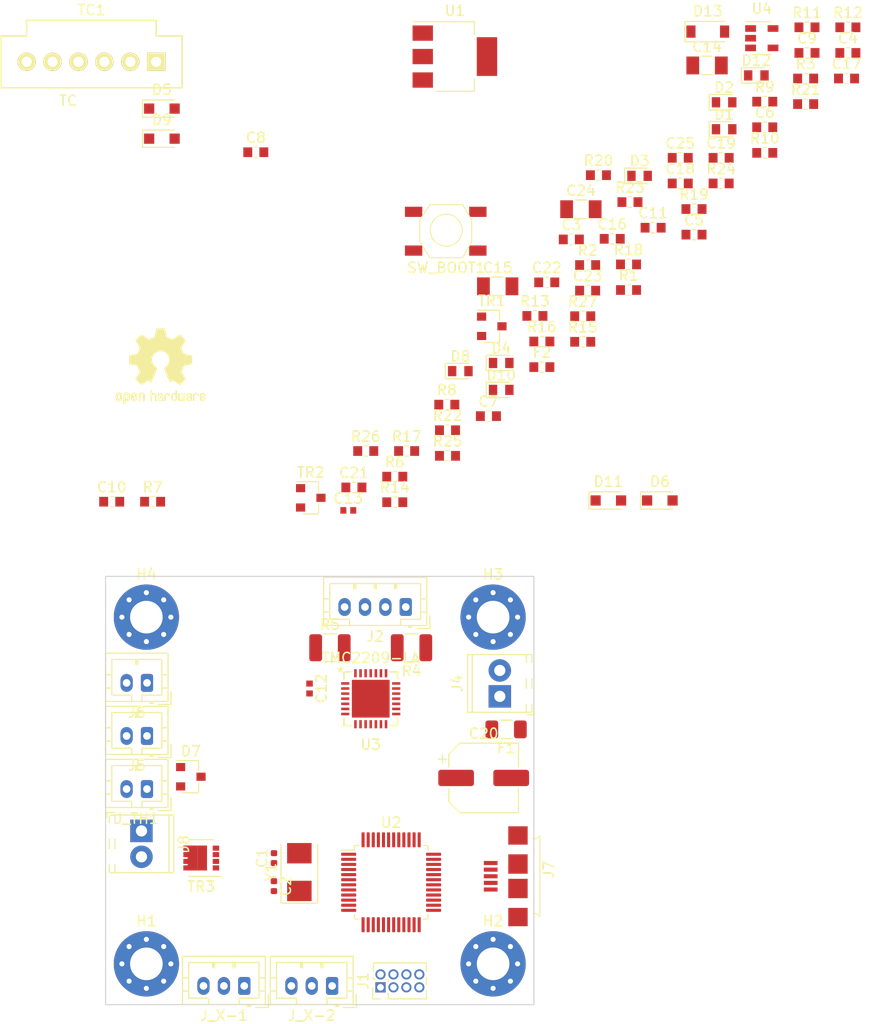
<source format=kicad_pcb>
(kicad_pcb (version 20210424) (generator pcbnew)
  (layers (0 "F.Cu" signal) (31 "B.Cu" signal) (34 "B.Paste" user) (35 "F.Paste" user) (36 "B.SilkS" user "B.Silkscreen") (37 "F.SilkS" user "F.Silkscreen") (38 "B.Mask" user) (39 "F.Mask" user) (44 "Edge.Cuts" user))
  (net 0 "")
  (net 1 "GND")
  (net 2 "Net-(C1-Pad2)")
  (net 3 "Net-(C2-Pad2)")
  (net 4 "5V")
  (net 5 "3.3V")
  (net 6 "Net-(C9-Pad2)")
  (net 7 "Net-(C10-Pad2)")
  (net 8 "Net-(C10-Pad1)")
  (net 9 "Net-(C11-Pad2)")
  (net 10 "/V_motors")
  (net 11 "Net-(C12-Pad1)")
  (net 12 "/MOTA1")
  (net 13 "/MOTA2")
  (net 14 "/MOTB1")
  (net 15 "/MOTB2")
  (net 16 "Net-(C21-Pad1)")
  (net 17 "ADC1")
  (net 18 "Net-(C23-Pad1)")
  (net 19 "Net-(C25-Pad2)")
  (net 20 "Net-(D1-Pad2)")
  (net 21 "Net-(D2-Pad2)")
  (net 22 "Net-(D3-Pad2)")
  (net 23 "Net-(D4-Pad2)")
  (net 24 "Net-(D5-Pad2)")
  (net 25 "AVREF")
  (net 26 "Net-(D8-Pad2)")
  (net 27 "Net-(D10-Pad1)")
  (net 28 "Net-(D10-Pad2)")
  (net 29 "Net-(D12-Pad2)")
  (net 30 "Net-(D12-Pad1)")
  (net 31 "Net-(F1-Pad1)")
  (net 32 "Net-(F2-Pad1)")
  (net 33 "/D-")
  (net 34 "/D+")
  (net 35 "/SWDIO")
  (net 36 "/SWDCLK")
  (net 37 "Net-(J_TH1-Pad1)")
  (net 38 "Net-(R1-Pad1)")
  (net 39 "/ST_UART")
  (net 40 "Net-(R3-Pad1)")
  (net 41 "Net-(R4-Pad2)")
  (net 42 "Net-(R5-Pad2)")
  (net 43 "Net-(R8-Pad2)")
  (net 44 "FAN1")
  (net 45 "Net-(R12-Pad1)")
  (net 46 "FAN2")
  (net 47 "Net-(R18-Pad1)")
  (net 48 "HEATER")
  (net 49 "Net-(R22-Pad2)")
  (net 50 "/BOOT")
  (net 51 "/~RST")
  (net 52 "/UART_TX")
  (net 53 "/UART_RX")
  (net 54 "Net-(R22-Pad1)")
  (net 55 "Net-(J6-Pad2)")
  (footprint "PrntrBoardV2:R_0603_1608Metric" (layer "F.Cu") (at 135.79 85.49)
    (fp_text reference "R27" (at 0 -1.43) (layer "F.SilkS"))
    (fp_text value "100k")
    (pad "1" smd rect (at -0.7875 0) (size 0.875 0.95) (layers "F.Cu" "F.Paste" "F.Mask") (net 1 "GND"))
    (pad "2" smd rect (at 0.7875 0) (size 0.875 0.95) (layers "F.Cu" "F.Paste" "F.Mask") (net 19 "Net-(C25-Pad2)"))
  )
  (footprint "PrntrBoardV2:C_1206_3216Metric" (layer "F.Cu") (at 135.61 75)
    (fp_text reference "C24" (at 0 -1.82) (layer "F.SilkS"))
    (fp_text value "10uF 50V")
    (pad "1" smd rect (at -1.4 0) (size 1.25 1.75) (layers "F.Cu" "F.Paste" "F.Mask") (net 10 "/V_motors"))
    (pad "2" smd rect (at 1.4 0) (size 1.25 1.75) (layers "F.Cu" "F.Paste" "F.Mask") (net 1 "GND"))
  )
  (footprint "PrntrBoardV2:C_0603_1608Metric" (layer "F.Cu") (at 136.27 82.98)
    (fp_text reference "C23" (at 0 -1.43) (layer "F.SilkS"))
    (fp_text value "1000pF")
    (pad "1" smd rect (at -0.7875 0) (size 0.875 0.95) (layers "F.Cu" "F.Paste" "F.Mask") (net 18 "Net-(C23-Pad1)"))
    (pad "2" smd rect (at 0.7875 0) (size 0.875 0.95) (layers "F.Cu" "F.Paste" "F.Mask") (net 1 "GND"))
  )
  (footprint "PrntrBoardV2:R_0603_1608Metric" (layer "F.Cu") (at 135.79 88)
    (fp_text reference "R15" (at 0 -1.43) (layer "F.SilkS"))
    (fp_text value "470")
    (pad "1" smd rect (at -0.7875 0) (size 0.875 0.95) (layers "F.Cu" "F.Paste" "F.Mask") (net 5 "3.3V"))
    (pad "2" smd rect (at 0.7875 0) (size 0.875 0.95) (layers "F.Cu" "F.Paste" "F.Mask") (net 26 "Net-(D8-Pad2)"))
  )
  (footprint "PrntrBoardV2:C_0603_1608Metric" (layer "F.Cu") (at 157.78 59.67)
    (fp_text reference "C9" (at 0 -1.43) (layer "F.SilkS"))
    (fp_text value "2.2uF")
    (pad "1" smd rect (at -0.7875 0) (size 0.875 0.95) (layers "F.Cu" "F.Paste" "F.Mask") (net 1 "GND"))
    (pad "2" smd rect (at 0.7875 0) (size 0.875 0.95) (layers "F.Cu" "F.Paste" "F.Mask") (net 6 "Net-(C9-Pad2)"))
  )
  (footprint "PrntrBoardV2:R_0603_1608Metric" (layer "F.Cu") (at 157.65 62.18)
    (fp_text reference "R3" (at 0 -1.43) (layer "F.SilkS"))
    (fp_text value "470")
    (pad "1" smd rect (at -0.7875 0) (size 0.875 0.95) (layers "F.Cu" "F.Paste" "F.Mask") (net 40 "Net-(R3-Pad1)"))
    (pad "2" smd rect (at 0.7875 0) (size 0.875 0.95) (layers "F.Cu" "F.Paste" "F.Mask") (net 39 "/ST_UART"))
  )
  (footprint "PrntrBoardV2:R_0603_1608Metric" (layer "F.Cu") (at 149.36 72.47)
    (fp_text reference "R24" (at 0 -1.43) (layer "F.SilkS"))
    (fp_text value "1.5k")
    (pad "1" smd rect (at -0.7875 0) (size 0.875 0.95) (layers "F.Cu" "F.Paste" "F.Mask") (net 34 "/D+"))
    (pad "2" smd rect (at 0.7875 0) (size 0.875 0.95) (layers "F.Cu" "F.Paste" "F.Mask") (net 5 "3.3V"))
  )
  (footprint "PrntrBoardV2:Button_4x4" (layer "F.Cu") (at 122.4308 77.0838)
    (fp_text reference "SW_BOOT1" (at -0.0254 3.6576) (layer "F.SilkS"))
    (fp_text value "SW_Push")
    (pad "1" smd rect (at 3.0742 -1.8288) (size 1.7 1) (layers "F.Cu" "F.Paste" "F.Mask") (net 43 "Net-(R8-Pad2)"))
    (pad "1" smd rect (at -3.2258 -1.8288) (size 1.7 1) (layers "F.Cu" "F.Paste" "F.Mask") (net 43 "Net-(R8-Pad2)"))
    (pad "2" smd rect (at -3.2258 1.9712) (size 1.7 1) (layers "F.Cu" "F.Paste" "F.Mask") (net 50 "/BOOT"))
    (pad "2" smd rect (at 3.0742 1.9712) (size 1.7 1) (layers "F.Cu" "F.Paste" "F.Mask") (net 50 "/BOOT"))
  )
  (footprint "PrntrBoardV2:C_0603_1608Metric" (layer "F.Cu") (at 161.79 59.67)
    (fp_text reference "C4" (at 0 -1.43) (layer "F.SilkS"))
    (fp_text value "10uF")
    (pad "1" smd rect (at -0.7875 0) (size 0.875 0.95) (layers "F.Cu" "F.Paste" "F.Mask") (net 4 "5V"))
    (pad "2" smd rect (at 0.7875 0) (size 0.875 0.95) (layers "F.Cu" "F.Paste" "F.Mask") (net 1 "GND"))
  )
  (footprint "PrntrBoardV2:C_0603_1608Metric" (layer "F.Cu") (at 132.26 82.17)
    (fp_text reference "C22" (at 0 -1.43) (layer "F.SilkS"))
    (fp_text value "1000pF")
    (pad "1" smd rect (at -0.7875 0) (size 0.875 0.95) (layers "F.Cu" "F.Paste" "F.Mask") (net 17 "ADC1"))
    (pad "2" smd rect (at 0.7875 0) (size 0.875 0.95) (layers "F.Cu" "F.Paste" "F.Mask") (net 1 "GND"))
  )
  (footprint "PrntrBoardV2:R_0603_1608Metric" (layer "F.Cu") (at 137.33 71.66)
    (fp_text reference "R20" (at 0 -1.43) (layer "F.SilkS"))
    (fp_text value "470")
    (pad "1" smd rect (at -0.7875 0) (size 0.875 0.95) (layers "F.Cu" "F.Paste" "F.Mask") (net 5 "3.3V"))
    (pad "2" smd rect (at 0.7875 0) (size 0.875 0.95) (layers "F.Cu" "F.Paste" "F.Mask") (net 28 "Net-(D10-Pad2)"))
  )
  (footprint "PrntrBoardV2:C_0603_1608Metric" (layer "F.Cu") (at 161.66 62.18)
    (fp_text reference "C17" (at 0 -1.43) (layer "F.SilkS"))
    (fp_text value "1000pF")
    (pad "1" smd rect (at -0.7875 0) (size 0.875 0.95) (layers "F.Cu" "F.Paste" "F.Mask") (net 1 "GND"))
    (pad "2" smd rect (at 0.7875 0) (size 0.875 0.95) (layers "F.Cu" "F.Paste" "F.Mask") (net 13 "/MOTA2"))
  )
  (footprint "Diode_SMD:D_SOD-323_HandSoldering" (layer "F.Cu") (at 143.35 103.56)
    (fp_text reference "D6" (at 0 -1.85) (layer "F.SilkS"))
    (fp_text value "1N4148")
    (pad "1" smd rect locked (at -1.25 0) (size 1 1) (layers "F.Cu" "F.Paste" "F.Mask") (net 10 "/V_motors"))
    (pad "2" smd rect locked (at 1.25 0) (size 1 1) (layers "F.Cu" "F.Paste" "F.Mask"))
  )
  (footprint "PrntrBoardV2:R_0603_1608Metric" (layer "F.Cu") (at 131.78 90.48)
    (fp_text reference "F2" (at 0 -1.43) (layer "F.SilkS"))
    (fp_text value "500mA")
    (pad "1" smd rect (at -0.7875 0) (size 0.875 0.95) (layers "F.Cu" "F.Paste" "F.Mask") (net 32 "Net-(F2-Pad1)"))
    (pad "2" smd rect (at 0.7875 0) (size 0.875 0.95) (layers "F.Cu" "F.Paste" "F.Mask") (net 4 "5V"))
  )
  (footprint "PrntrBoardV2:LED_0603_1608Metric" (layer "F.Cu") (at 149.655 64.515)
    (fp_text reference "D2" (at 0 -1.45) (layer "F.SilkS"))
    (fp_text value "LED")
    (pad "1" smd rect locked (at -0.8 0) (size 0.82 1) (layers "F.Cu" "F.Paste" "F.Mask") (net 1 "GND"))
    (pad "2" smd rect locked (at 0.8 0) (size 0.82 1) (layers "F.Cu" "F.Paste" "F.Mask") (net 21 "Net-(D2-Pad2)"))
  )
  (footprint "PrntrBoardV2:R_0603_1608Metric" (layer "F.Cu") (at 122.46 94.16)
    (fp_text reference "R8" (at 0 -1.43) (layer "F.SilkS"))
    (fp_text value "1k")
    (pad "1" smd rect (at -0.7875 0) (size 0.875 0.95) (layers "F.Cu" "F.Paste" "F.Mask") (net 5 "3.3V"))
    (pad "2" smd rect (at 0.7875 0) (size 0.875 0.95) (layers "F.Cu" "F.Paste" "F.Mask") (net 43 "Net-(R8-Pad2)"))
  )
  (footprint "PrntrBoardV2:LED_0603_1608Metric" (layer "F.Cu") (at 127.795 90.075)
    (fp_text reference "D4" (at 0 -1.45) (layer "F.SilkS"))
    (fp_text value "LED")
    (pad "1" smd rect locked (at -0.8 0) (size 0.82 1) (layers "F.Cu" "F.Paste" "F.Mask") (net 1 "GND"))
    (pad "2" smd rect locked (at 0.8 0) (size 0.82 1) (layers "F.Cu" "F.Paste" "F.Mask") (net 23 "Net-(D4-Pad2)"))
  )
  (footprint "PrntrBoardV2:C_0603_1608Metric" (layer "F.Cu") (at 113.35 102.28)
    (fp_text reference "C21" (at 0 -1.43) (layer "F.SilkS"))
    (fp_text value "1000pF")
    (pad "1" smd rect (at -0.7875 0) (size 0.875 0.95) (layers "F.Cu" "F.Paste" "F.Mask") (net 16 "Net-(C21-Pad1)"))
    (pad "2" smd rect (at 0.7875 0) (size 0.875 0.95) (layers "F.Cu" "F.Paste" "F.Mask") (net 1 "GND"))
  )
  (footprint "PrntrBoardV2:C_0603_1608Metric" (layer "F.Cu") (at 126.54 95.29)
    (fp_text reference "C7" (at 0 -1.43) (layer "F.SilkS"))
    (fp_text value "10uF")
    (pad "1" smd rect (at -0.7875 0) (size 0.875 0.95) (layers "F.Cu" "F.Paste" "F.Mask") (net 5 "3.3V"))
    (pad "2" smd rect (at 0.7875 0) (size 0.875 0.95) (layers "F.Cu" "F.Paste" "F.Mask") (net 1 "GND"))
  )
  (footprint "TerminalBlock_Phoenix:TerminalBlock_Phoenix_MPT-0,5-2-2.54_1x02_P2.54mm_Horizontal" (layer "F.Cu") (at 127.656889 122.768625 90)
    (fp_text reference "J4" (at 1.27 -4.16 90) (layer "F.SilkS"))
    (fp_text value "KF350")
    (pad "" np_thru_hole circle locked (at 2.54 2.54 90) (size 1.1 1.1) (drill 1.1) (layers *.Cu *.Mask))
    (pad "" np_thru_hole circle locked (at 0 2.54 90) (size 1.1 1.1) (drill 1.1) (layers *.Cu *.Mask))
    (pad "1" thru_hole rect locked (at 0 0 90) (size 2.2 2.2) (drill 1.1) (layers *.Cu *.Mask) (net 1 "GND"))
    (pad "2" thru_hole circle locked (at 2.54 0 90) (size 2.2 2.2) (drill 1.1) (layers *.Cu *.Mask) (net 31 "Net-(F1-Pad1)"))
  )
  (footprint "PrntrBoardV2:R_0603_1608Metric" (layer "F.Cu") (at 122.53 96.67)
    (fp_text reference "R22" (at 0 -1.43) (layer "F.SilkS"))
    (fp_text value "180")
    (pad "1" smd rect (at -0.7875 0) (size 0.875 0.95) (layers "F.Cu" "F.Paste" "F.Mask") (net 54 "Net-(R22-Pad1)"))
    (pad "2" smd rect (at 0.7875 0) (size 0.875 0.95) (layers "F.Cu" "F.Paste" "F.Mask") (net 49 "Net-(R22-Pad2)"))
  )
  (footprint "Connector_JST:JST_PH_B4B-PH-K_1x04_P2.00mm_Vertical" (layer "F.Cu") (at 118.43665 114.006685 180)
    (fp_text reference "J2" (at 3 -2.9 180) (layer "F.SilkS"))
    (fp_text value "Conn_01x04_Male")
    (pad "1" thru_hole roundrect locked (at 0 0 180) (size 1.2 1.75) (drill 0.75) (layers *.Cu *.Mask) (roundrect_rratio 0.208333) (net 15 "/MOTB2"))
    (pad "2" thru_hole oval locked (at 2 0 180) (size 1.2 1.75) (drill 0.75) (layers *.Cu *.Mask) (net 14 "/MOTB1"))
    (pad "3" thru_hole oval locked (at 4 0 180) (size 1.2 1.75) (drill 0.75) (layers *.Cu *.Mask) (net 12 "/MOTA1"))
    (pad "4" thru_hole oval locked (at 6 0 180) (size 1.2 1.75) (drill 0.75) (layers *.Cu *.Mask) (net 13 "/MOTA2"))
  )
  (footprint "PrntrBoardV2:R_0603_1608Metric" (layer "F.Cu") (at 146.7 74.98)
    (fp_text reference "R19" (at 0 -1.43) (layer "F.SilkS"))
    (fp_text value "10k")
    (pad "1" smd rect (at -0.7875 0) (size 0.875 0.95) (layers "F.Cu" "F.Paste" "F.Mask") (net 5 "3.3V"))
    (pad "2" smd rect (at 0.7875 0) (size 0.875 0.95) (layers "F.Cu" "F.Paste" "F.Mask") (net 48 "HEATER"))
  )
  (footprint "PrntrBoardV2:SOT-23" (layer "F.Cu") (at 109.12 103.3)
    (fp_text reference "TR2" (at 0 -2.5) (layer "F.SilkS"))
    (fp_text value "SI2318CDS")
    (pad "D" smd rect locked (at 1 0) (size 0.9 0.8) (layers "F.Cu" "F.Paste" "F.Mask") (net 55 "Net-(J6-Pad2)"))
    (pad "G" smd rect locked (at -1 -0.95) (size 0.9 0.8) (layers "F.Cu" "F.Paste" "F.Mask") (net 47 "Net-(R18-Pad1)"))
    (pad "S" smd rect locked (at -1 0.95) (size 0.9 0.8) (layers "F.Cu" "F.Paste" "F.Mask") (net 1 "GND"))
  )
  (footprint "PrntrBoardV2:LED_0603_1608Metric" (layer "F.Cu") (at 149.655 67.155)
    (fp_text reference "D1" (at 0 -1.45) (layer "F.SilkS"))
    (fp_text value "LED")
    (pad "1" smd rect locked (at -0.8 0) (size 0.82 1) (layers "F.Cu" "F.Paste" "F.Mask") (net 1 "GND"))
    (pad "2" smd rect locked (at 0.8 0) (size 0.82 1) (layers "F.Cu" "F.Paste" "F.Mask") (net 20 "Net-(D1-Pad2)"))
  )
  (footprint "Capacitor_SMD:CP_Elec_6.3x7.7" (layer "F.Cu") (at 126.07365 130.768352)
    (fp_text reference "C20" (at 0 -4.35) (layer "F.SilkS"))
    (fp_text value "100uV 35V")
    (pad "1" smd roundrect locked (at -2.7 0) (size 3.5 1.6) (layers "F.Cu" "F.Paste" "F.Mask") (roundrect_rratio 0.15625) (net 10 "/V_motors"))
    (pad "2" smd roundrect locked (at 2.7 0) (size 3.5 1.6) (layers "F.Cu" "F.Paste" "F.Mask") (roundrect_rratio 0.15625) (net 1 "GND"))
  )
  (footprint "PrntrBoardV2:R_0603_1608Metric" (layer "F.Cu") (at 140.28 80.41)
    (fp_text reference "R18" (at 0 -1.43) (layer "F.SilkS"))
    (fp_text value "1k")
    (pad "1" smd rect (at -0.7875 0) (size 0.875 0.95) (layers "F.Cu" "F.Paste" "F.Mask") (net 47 "Net-(R18-Pad1)"))
    (pad "2" smd rect (at 0.7875 0) (size 0.875 0.95) (layers "F.Cu" "F.Paste" "F.Mask") (net 46 "FAN2"))
  )
  (footprint "Package_TO_SOT_SMD:SOT-223-3_TabPin2" (layer "F.Cu") (at 123.25 60.03)
    (fp_text reference "U1" (at 0 -4.5) (layer "F.SilkS"))
    (fp_text value "AMS1117-3.3")
    (pad "1" smd rect locked (at -3.15 -2.3) (size 2 1.5) (layers "F.Cu" "F.Paste" "F.Mask") (net 1 "GND"))
    (pad "2" smd rect locked (at 3.15 0) (size 2 3.8) (layers "F.Cu" "F.Paste" "F.Mask") (net 5 "3.3V"))
    (pad "2" smd rect locked (at -3.15 0) (size 2 1.5) (layers "F.Cu" "F.Paste" "F.Mask") (net 5 "3.3V"))
    (pad "3" smd rect locked (at -3.15 2.3) (size 2 1.5) (layers "F.Cu" "F.Paste" "F.Mask") (net 4 "5V"))
  )
  (footprint "PrntrBoardV2:C_0402_1005Metric" (layer "F.Cu") (at 112.8 104.53)
    (fp_text reference "C13" (at 0 -1.17) (layer "F.SilkS"))
    (fp_text value "0.1uF 50V")
    (pad "1" smd rect locked (at -0.485 0) (size 0.59 0.64) (layers "F.Cu" "F.Paste" "F.Mask") (net 10 "/V_motors"))
    (pad "2" smd rect locked (at 0.485 0) (size 0.59 0.64) (layers "F.Cu" "F.Paste" "F.Mask") (net 1 "GND"))
  )
  (footprint "PrntrBoardV2:C_0603_1608Metric" (layer "F.Cu") (at 146.7 77.49)
    (fp_text reference "C5" (at 0 -1.43) (layer "F.SilkS"))
    (fp_text value "0.1uF")
    (pad "1" smd rect (at -0.7875 0) (size 0.875 0.95) (layers "F.Cu" "F.Paste" "F.Mask") (net 4 "5V"))
    (pad "2" smd rect (at 0.7875 0) (size 0.875 0.95) (layers "F.Cu" "F.Paste" "F.Mask"))
  )
  (footprint "PrntrBoardV2:R_0603_1608Metric" (layer "F.Cu") (at 153.64 69.47)
    (fp_text reference "R10" (at 0 -1.43) (layer "F.SilkS"))
    (fp_text value "1k")
    (pad "1" smd rect (at -0.7875 0) (size 0.875 0.95) (layers "F.Cu" "F.Paste" "F.Mask") (net 4 "5V"))
    (pad "2" smd rect (at 0.7875 0) (size 0.875 0.95) (layers "F.Cu" "F.Paste" "F.Mask") (net 23 "Net-(D4-Pad2)"))
  )
  (footprint "Connector_JST:JST_PH_B3B-PH-K_1x03_P2.00mm_Vertical" (layer "F.Cu") (at 102.599099 151.163575 180)
    (fp_text reference "J_X-1" (at 2 -2.9 180) (layer "F.SilkS"))
    (fp_text value "JST XH 3p")
    (pad "1" thru_hole roundrect locked (at 0 0 180) (size 1.2 1.75) (drill 0.75) (layers *.Cu *.Mask) (roundrect_rratio 0.208333) (net 16 "Net-(C21-Pad1)"))
    (pad "2" thru_hole oval locked (at 2 0 180) (size 1.2 1.75) (drill 0.75) (layers *.Cu *.Mask) (net 1 "GND"))
    (pad "3" thru_hole oval locked (at 4 0 180) (size 1.2 1.75) (drill 0.75) (layers *.Cu *.Mask) (net 4 "5V"))
  )
  (footprint "PrntrBoardV2:C_0603_1608Metric" (layer "F.Cu") (at 134.67 77.96)
    (fp_text reference "C3" (at 0 -1.43) (layer "F.SilkS"))
    (fp_text value "0.1uF")
    (pad "1" smd rect (at -0.7875 0) (size 0.875 0.95) (layers "F.Cu" "F.Paste" "F.Mask") (net 51 "/~RST"))
    (pad "2" smd rect (at 0.7875 0) (size 0.875 0.95) (layers "F.Cu" "F.Paste" "F.Mask") (net 1 "GND"))
  )
  (footprint "Diode_SMD:D_SOD-123" (layer "F.Cu") (at 148.05 57.58)
    (fp_text reference "D13" (at 0 -2) (layer "F.SilkS"))
    (fp_text value "B5819W")
    (pad "1" smd rect locked (at -1.65 0) (size 0.9 1.2) (layers "F.Cu" "F.Paste" "F.Mask") (net 10 "/V_motors"))
    (pad "2" smd rect locked (at 1.65 0) (size 0.9 1.2) (layers "F.Cu" "F.Paste" "F.Mask") (net 30 "Net-(D12-Pad1)"))
  )
  (footprint "Connector_JST:JST_PH_B2B-PH-K_1x02_P2.00mm_Vertical" (layer "F.Cu") (at 93.058224 131.855764 180)
    (fp_text reference "J_TH1" (at 1 -2.9 180) (layer "F.SilkS"))
    (fp_text value "JST XH")
    (pad "1" thru_hole roundrect locked (at 0 0 180) (size 1.2 1.75) (drill 0.75) (layers *.Cu *.Mask) (roundrect_rratio 0.208333) (net 37 "Net-(J_TH1-Pad1)"))
    (pad "2" thru_hole oval locked (at 2 0 180) (size 1.2 1.75) (drill 0.75) (layers *.Cu *.Mask) (net 1 "GND"))
  )
  (footprint "PrntrBoardV2:R_0603_1608Metric" (layer "F.Cu") (at 136.27 80.47)
    (fp_text reference "R2" (at 0 -1.43) (layer "F.SilkS"))
    (fp_text value "10k")
    (pad "1" smd rect (at -0.7875 0) (size 0.875 0.95) (layers "F.Cu" "F.Paste" "F.Mask"))
    (pad "2" smd rect (at 0.7875 0) (size 0.875 0.95) (layers "F.Cu" "F.Paste" "F.Mask") (net 51 "/~RST"))
  )
  (footprint "Package_TO_SOT_SMD:SOT-23-5" (layer "F.Cu") (at 153.35 58.23)
    (fp_text reference "U4" (at 0 -2.9) (layer "F.SilkS"))
    (fp_text value "74AHCT1G14")
    (pad "1" smd rect locked (at -1.1 -0.95) (size 1.06 0.65) (layers "F.Cu" "F.Paste" "F.Mask"))
    (pad "2" smd rect locked (at -1.1 0) (size 1.06 0.65) (layers "F.Cu" "F.Paste" "F.Mask") (net 48 "HEATER"))
    (pad "3" smd rect locked (at -1.1 0.95) (size 1.06 0.65) (layers "F.Cu" "F.Paste" "F.Mask") (net 1 "GND"))
    (pad "4" smd rect locked (at 1.1 0.95) (size 1.06 0.65) (layers "F.Cu" "F.Paste" "F.Mask") (net 49 "Net-(R22-Pad2)"))
    (pad "5" smd rect locked (at 1.1 -0.95) (size 1.06 0.65) (layers "F.Cu" "F.Paste" "F.Mask") (net 4 "5V"))
  )
  (footprint "PrntrBoardV2:C_0603_1608Metric" (layer "F.Cu") (at 145.35 69.96)
    (fp_text reference "C25" (at 0 -1.43) (layer "F.SilkS"))
    (fp_text value "0.1uF")
    (pad "1" smd rect (at -0.7875 0) (size 0.875 0.95) (layers "F.Cu" "F.Paste" "F.Mask") (net 1 "GND"))
    (pad "2" smd rect (at 0.7875 0) (size 0.875 0.95) (layers "F.Cu" "F.Paste" "F.Mask") (net 19 "Net-(C25-Pad2)"))
  )
  (footprint "PrntrBoardV2:LED_0603_1608Metric" (layer "F.Cu") (at 152.815 61.875)
    (fp_text reference "D12" (at 0 -1.45) (layer "F.SilkS"))
    (fp_text value "LED")
    (pad "1" smd rect locked (at -0.8 0) (size 0.82 1) (layers "F.Cu" "F.Paste" "F.Mask") (net 30 "Net-(D12-Pad1)"))
    (pad "2" smd rect locked (at 0.8 0) (size 0.82 1) (layers "F.Cu" "F.Paste" "F.Mask") (net 29 "Net-(D12-Pad2)"))
  )
  (footprint "PrntrBoardV2:C_0603_1608Metric" (layer "F.Cu") (at 153.64 66.96)
    (fp_text reference "C6" (at 0 -1.43) (layer "F.SilkS"))
    (fp_text value "0.1uF")
    (pad "1" smd rect (at -0.7875 0) (size 0.875 0.95) (layers "F.Cu" "F.Paste" "F.Mask") (net 5 "3.3V"))
    (pad "2" smd rect (at 0.7875 0) (size 0.875 0.95) (layers "F.Cu" "F.Paste" "F.Mask") (net 1 "GND"))
  )
  (footprint "PrntrBoardV2:R_0603_1608Metric" (layer "F.Cu") (at 122.53 99.18)
    (fp_text reference "R25" (at 0 -1.43) (layer "F.SilkS"))
    (fp_text value "22")
    (pad "1" smd rect (at -0.7875 0) (size 0.875 0.95) (layers "F.Cu" "F.Paste" "F.Mask") (net 33 "/D-"))
    (pad "2" smd rect (at 0.7875 0) (size 0.875 0.95) (layers "F.Cu" "F.Paste" "F.Mask"))
  )
  (footprint "PrntrBoardV2:C_1206_3216Metric" (layer "F.Cu") (at 147.98 60.9)
    (fp_text reference "C14" (at 0 -1.82) (layer "F.SilkS"))
    (fp_text value "10uF 50V")
    (pad "1" smd rect (at -1.4 0) (size 1.25 1.75) (layers "F.Cu" "F.Paste" "F.Mask") (net 10 "/V_motors"))
    (pad "2" smd rect (at 1.4 0) (size 1.25 1.75) (layers "F.Cu" "F.Paste" "F.Mask") (net 1 "GND"))
  )
  (footprint "PrntrBoardV2:LED_0603_1608Metric" (layer "F.Cu") (at 123.785 90.875)
    (fp_text reference "D8" (at 0 -1.45) (layer "F.SilkS"))
    (fp_text value "LED")
    (pad "1" smd rect locked (at -0.8 0) (size 0.82 1) (layers "F.Cu" "F.Paste" "F.Mask") (net 24 "Net-(D5-Pad2)"))
    (pad "2" smd rect locked (at 0.8 0) (size 0.82 1) (layers "F.Cu" "F.Paste" "F.Mask") (net 26 "Net-(D8-Pad2)"))
  )
  (footprint "PrntrBoardV2:JLC_Tool_hole" (layer "F.Cu") (at 105.021 73.891)
    (fp_text reference "TH2" hide)
    (fp_text value "JLC Tooling Hole")
    (pad "" np_thru_hole circle (at 0 0) (size 1.152 1.152) (drill 1.152) (layers *.Cu *.Mask) (clearance 0.148))
  )
  (footprint "PrntrBoardV2:R_0603_1608Metric" (layer "F.Cu") (at 140.28 82.92)
    (fp_text reference "R1" (at 0 -1.43) (layer "F.SilkS"))
    (fp_text value "10k")
    (pad "1" smd rect (at -0.7875 0) (size 0.875 0.95) (layers "F.Cu" "F.Paste" "F.Mask") (net 38 "Net-(R1-Pad1)"))
    (pad "2" smd rect (at 0.7875 0) (size 0.875 0.95) (layers "F.Cu" "F.Paste" "F.Mask") (net 1 "GND"))
  )
  (footprint "PrntrBoardV2:R_0603_1608Metric" (layer "F.Cu") (at 131.78 87.97)
    (fp_text reference "R16" (at 0 -1.43) (layer "F.SilkS"))
    (fp_text value "10k")
    (pad "1" smd rect (at -0.7875 0) (size 0.875 0.95) (layers "F.Cu" "F.Paste" "F.Mask"))
    (pad "2" smd rect (at 0.7875 0) (size 0.875 0.95) (layers "F.Cu" "F.Paste" "F.Mask") (net 24 "Net-(D5-Pad2)"))
  )
  (footprint "Package_TO_SOT_SMD:SOT-23" (layer "F.Cu") (at 97.36 130.65)
    (fp_text reference "D7" (at 0 -2.5) (layer "F.SilkS"))
    (fp_text value "BAT54S")
    (pad "1" smd rect locked (at -1 -0.95) (size 0.9 0.8) (layers "F.Cu" "F.Paste" "F.Mask") (net 1 "GND"))
    (pad "2" smd rect locked (at -1 0.95) (size 0.9 0.8) (layers "F.Cu" "F.Paste" "F.Mask") (net 25 "AVREF"))
    (pad "3" smd rect locked (at 1 0) (size 0.9 0.8) (layers "F.Cu" "F.Paste" "F.Mask") (net 17 "ADC1"))
  )
  (footprint "TerminalBlock_Phoenix:TerminalBlock_Phoenix_MPT-0,5-2-2.54_1x02_P2.54mm_Horizontal" (layer "F.Cu") (at 92.517801 135.963441 -90)
    (fp_text reference "J8" (at 1.27 -4.16 -90) (layer "F.SilkS"))
    (fp_text value "KF350")
    (pad "" np_thru_hole circle locked (at 2.54 2.54 270) (size 1.1 1.1) (drill 1.1) (layers *.Cu *.Mask))
    (pad "" np_thru_hole circle locked (at 0 2.54 270) (size 1.1 1.1) (drill 1.1) (layers *.Cu *.Mask))
    (pad "1" thru_hole rect locked (at 0 0 270) (size 2.2 2.2) (drill 1.1) (layers *.Cu *.Mask) (net 10 "/V_motors"))
    (pad "2" thru_hole circle locked (at 2.54 0 270) (size 2.2 2.2) (drill 1.1) (layers *.Cu *.Mask) (net 30 "Net-(D12-Pad1)"))
  )
  (footprint "Connector_PinHeader_1.27mm:PinHeader_2x04_P1.27mm_Vertical" (layer "F.Cu") (at 115.957078 151.303183 90)
    (fp_text reference "J1" (at 0.635 -1.695 90) (layer "F.SilkS"))
    (fp_text value "DBG")
    (pad "1" thru_hole rect locked (at 0 0 90) (size 1 1) (drill 0.65) (layers *.Cu *.Mask) (net 53 "/UART_RX"))
    (pad "2" thru_hole oval locked (at 1.27 0 90) (size 1 1) (drill 0.65) (layers *.Cu *.Mask) (net 36 "/SWDCLK"))
    (pad "3" thru_hole oval locked (at 0 1.27 90) (size 1 1) (drill 0.65) (layers *.Cu *.Mask) (net 52 "/UART_TX"))
    (pad "4" thru_hole oval locked (at 1.27 1.27 90) (size 1 1) (drill 0.65) (layers *.Cu *.Mask) (net 35 "/SWDIO"))
    (pad "5" thru_hole oval locked (at 0 2.54 90) (size 1 1) (drill 0.65) (layers *.Cu *.Mask) (net 50 "/BOOT"))
    (pad "6" thru_hole oval locked (at 1.27 2.54 90) (size 1 1) (drill 0.65) (layers *.Cu *.Mask) (net 51 "/~RST"))
    (pad "7" thru_hole oval locked (at 0 3.81 90) (size 1 1) (drill 0.65) (layers *.Cu *.Mask) (net 1 "GND"))
    (pad "8" thru_hole oval locked (at 1.27 3.81 90) (size 1 1) (drill 0.65) (layers *.Cu *.Mask) (net 5 "3.3V"))
  )
  (footprint "Connector_JST:JST_PH_B3B-PH-K_1x03_P2.00mm_Vertical" (layer "F.Cu") (at 111.216452 151.163575 180)
    (fp_text reference "J_X-2" (at 2 -2.9 180) (layer "F.SilkS"))
    (fp_text value "JST XH 3p")
    (pad "1" thru_hole roundrect locked (at 0 0 180) (size 1.2 1.75) (drill 0.75) (layers *.Cu *.Mask) (roundrect_rratio 0.208333) (net 18 "Net-(C23-Pad1)"))
    (pad "2" thru_hole oval locked (at 2 0 180) (size 1.2 1.75) (drill 0.75) (layers *.Cu *.Mask) (net 1 "GND"))
    (pad "3" thru_hole oval locked (at 4 0 180) (size 1.2 1.75) (drill 0.75) (layers *.Cu *.Mask) (net 4 "5V"))
  )
  (footprint "PrntrBoardV2:R_0603_1608Metric" (layer "F.Cu") (at 153.64 64.45)
    (fp_text reference "R9" (at 0 -1.43) (layer "F.SilkS"))
    (fp_text value "470")
    (pad "1" smd rect (at -0.7875 0) (size 0.875 0.95) (layers "F.Cu" "F.Paste" "F.Mask") (net 5 "3.3V"))
    (pad "2" smd rect (at 0.7875 0) (size 0.875 0.95) (layers "F.Cu" "F.Paste" "F.Mask") (net 22 "Net-(D3-Pad2)"))
  )
  (footprint "MountingHole:MountingHole_3.2mm_M3_Pad_Via" (layer "F.Cu") (at 127 115)
    (fp_text reference "H3" (at 0 -4.2) (layer "F.SilkS"))
    (fp_text value "MountingHole")
    (pad "1" thru_hole circle locked (at 0 0) (size 6.4 6.4) (drill 3.2) (layers *.Cu *.Mask))
    (pad "1" thru_hole circle locked (at 1.697056 1.697056) (size 0.8 0.8) (drill 0.5) (layers *.Cu *.Mask))
    (pad "1" thru_hole circle locked (at 0 2.4) (size 0.8 0.8) (drill 0.5) (layers *.Cu *.Mask))
    (pad "1" thru_hole circle locked (at -2.4 0) (size 0.8 0.8) (drill 0.5) (layers *.Cu *.Mask))
    (pad "1" thru_hole circle locked (at -1.697056 1.697056) (size 0.8 0.8) (drill 0.5) (layers *.Cu *.Mask))
    (pad "1" thru_hole circle locked (at 2.4 0) (size 0.8 0.8) (drill 0.5) (layers *.Cu *.Mask))
    (pad "1" thru_hole circle locked (at 0 -2.4) (size 0.8 0.8) (drill 0.5) (layers *.Cu *.Mask))
    (pad "1" thru_hole circle locked (at 1.697056 -1.697056) (size 0.8 0.8) (drill 0.5) (layers *.Cu *.Mask))
    (pad "1" thru_hole circle locked (at -1.697056 -1.697056) (size 0.8 0.8) (drill 0.5) (layers *.Cu *.Mask))
  )
  (footprint "PrntrBoardV2:R_0603_1608Metric" (layer "F.Cu") (at 131.1 85.46)
    (fp_text reference "R13" (at 0 -1.43) (layer "F.SilkS"))
    (fp_text value "4k7")
    (pad "1" smd rect (at -0.7875 0) (size 0.875 0.95) (layers "F.Cu" "F.Paste" "F.Mask") (net 25 "AVREF"))
    (pad "2" smd rect (at 0.7875 0) (size 0.875 0.95) (layers "F.Cu" "F.Paste" "F.Mask") (net 37 "Net-(J_TH1-Pad1)"))
  )
  (footprint "Resistor_SMD:R_1210_3225Metric" (layer "F.Cu") (at 111 118)
    (fp_text reference "R5" (at 0 -2.28) (layer "F.SilkS"))
    (fp_text value "0R091")
    (pad "1" smd roundrect locked (at -1.4 0) (size 1.25 2.65) (layers "F.Cu" "F.Paste" "F.Mask") (roundrect_rratio 0.2) (net 1 "GND"))
    (pad "2" smd roundrect locked (at 1.4 0) (size 1.25 2.65) (layers "F.Cu" "F.Paste" "F.Mask") (roundrect_rratio 0.2) (net 42 "Net-(R5-Pad2)"))
  )
  (footprint "PrntrBoardV2:LED_0603_1608Metric" (layer "F.Cu") (at 141.365 71.725)
    (fp_text reference "D3" (at 0 -1.45) (layer "F.SilkS"))
    (fp_text value "LED")
    (pad "1" smd rect locked (at -0.8 0) (size 0.82 1) (layers "F.Cu" "F.Paste" "F.Mask") (net 1 "GND"))
    (pad "2" smd rect locked (at 0.8 0) (size 0.82 1) (layers "F.Cu" "F.Paste" "F.Mask") (net 22 "Net-(D3-Pad2)"))
  )
  (footprint "PrntrBoardV2:LED_0603_1608Metric" (layer "F.Cu") (at 127.795 92.715)
    (fp_text reference "D10" (at 0 -1.45) (layer "F.SilkS"))
    (fp_text value "LED")
    (pad "1" smd rect locked (at -0.8 0) (size 0.82 1) (layers "F.Cu" "F.Paste" "F.Mask") (net 27 "Net-(D10-Pad1)"))
    (pad "2" smd rect locked (at 0.8 0) (size 0.82 1) (layers "F.Cu" "F.Paste" "F.Mask") (net 28 "Net-(D10-Pad2)"))
  )
  (footprint "PrntrBoardV2:MC-101C" (layer "F.Cu") (at 128.657429 140.384961 90)
    (fp_text reference "J7" (at 0.635 3.7846 90) (layer "F.SilkS"))
    (fp_text value "USB_B_Micro")
    (pad "" np_thru_hole circle locked (at 1.9746 -1.3692 90) (size 0.5 0.5) (drill 0.5) (layers *.Cu *.Mask))
    (pad "" np_thru_hole circle locked (at -2.0254 -1.3692 90) (size 0.5 0.5) (drill 0.5) (layers *.Cu *.Mask))
    (pad "1" smd rect locked (at -1.3254 -1.8942 90) (size 0.4 1.35) (layers "F.Cu" "F.Paste" "F.Mask") (net 32 "Net-(F2-Pad1)"))
    (pad "2" smd rect locked (at -0.6754 -1.8942 90) (size 0.4 1.35) (layers "F.Cu" "F.Paste" "F.Mask") (net 33 "/D-"))
    (pad "3" smd rect locked (at -0.0254 -1.8942 90) (size 0.4 1.35) (layers "F.Cu" "F.Paste" "F.Mask") (net 34 "/D+"))
    (pad "4" smd rect locked (at 0.6246 -1.8942 90) (size 0.4 1.35) (layers "F.Cu" "F.Paste" "F.Mask"))
    (pad "5" smd rect locked (at 1.2746 -1.8942 90) (size 0.4 1.35) (layers "F.Cu" "F.Paste" "F.Mask") (net 1 "GND"))
    (pad "6" smd rect locked (at 3.9746 0.7808 90) (size 1.8 1.9) (layers "F.Cu" "F.Paste" "F.Mask") (net 19 "Net-(C25-Pad2)"))
    (pad "6" smd rect locked (at 1.1746 0.7808 90) (size 1.9 1.9) (layers "F.Cu" "F.Paste" "F.Mask") (net 19 "Net-(C25-Pad2)"))
    (pad "6" smd rect locked (at -4.0254 0.7808 90) (size 1.8 1.9) (layers "F.Cu" "F.Paste" "F.Mask") (net 19 "Net-(C25-Pad2)"))
    (pad "6" smd rect locked (at -1.2254 0.7808 90) (size 1.9 1.9) (layers "F.Cu" "F.Paste" "F.Mask") (net 19 "Net-(C25-Pad2)"))
  )
  (footprint "PrntrBoardV2:R_0603_1608Metric" (layer "F.Cu") (at 118.52 98.71)
    (fp_text reference "R17" (at 0 -1.43) (layer "F.SilkS"))
    (fp_text value "10k")
    (pad "1" smd rect (at -0.7875 0) (size 0.875 0.95) (layers "F.Cu" "F.Paste" "F.Mask") (net 46 "FAN2"))
    (pad "2" smd rect (at 0.7875 0) (size 0.875 0.95) (layers "F.Cu" "F.Paste" "F.Mask") (net 1 "GND"))
  )
  (footprint "PrntrBoardV2:JLC_Tool_hole" (layer "F.Cu") (at 105.021 71.741)
    (fp_text reference "TH1" hide)
    (fp_text value "JLC Tooling Hole")
    (pad "" np_thru_hole circle (at 0 0) (size 1.152 1.152) (drill 1.152) (layers *.Cu *.Mask) (clearance 0.148))
  )
  (footprint "PrntrBoardV2:VSON-8_3.3x3.3mm_P0.65mm_NexFET" (layer "F.Cu") (at 98.380428 138.620648 180)
    (fp_text reference "TR3" (at 0 -2.8) (layer "F.SilkS"))
    (fp_text value "PSMN7R0-30YL")
    (pad "D" smd rect (at 0.86 -0.61 180) (size 0.95 1.23) (layers "F.Cu" "F.Paste" "F.Mask") (net 30 "Net-(D12-Pad1)"))
    (pad "D" smd rect (at 1.44 0.97 180) (size 0.63 0.5) (layers "F.Cu" "F.Paste" "F.Mask") (net 30 "Net-(D12-Pad1)"))
    (pad "D" smd rect (at 1.44 -0.33 180) (size 0.63 0.5) (layers "F.Cu" "F.Paste" "F.Mask") (net 30 "Net-(D12-Pad1)"))
    (pad "D" smd rect (at 0.86 0.61 180) (size 0.95 1.23) (layers "F.Cu" "F.Paste" "F.Mask") (net 30 "Net-(D12-Pad1)"))
    (pad "D" smd rect (at -0.09 -0.61 180) (size 0.95 1.23) (layers "F.Cu" "F.Paste" "F.Mask") (net 30 "Net-(D12-Pad1)"))
    (pad "D" smd rect (at 1.44 0.33 180) (size 0.63 0.5) (layers "F.Cu" "F.Paste" "F.Mask") (net 30 "Net-(D12-Pad1)"))
    (pad "D" smd rect (at -0.09 0.61 180) (size 0.95 1.23) (layers "F.Cu" "F.Paste" "F.Mask") (net 30 "Net-(D12-Pad1)"))
    (pad "D" smd rect (at 1.44 -0.97 180) (size 0.63 0.5) (layers "F.Cu" "F.Paste" "F.Mask") (net 30 "Net-(D12-Pad1)"))
    (pad "G" smd rect (at -1.44 0.97 180) (size 0.63 0.5) (layers "F.Cu" "F.Paste" "F.Mask") (net 54 "Net-(R22-Pad1)"))
    (pad "S" smd rect (at -1.44 0.33 180) (size 0.63 0.5) (layers "F.Cu" "F.Paste" "F.Mask") (net 1 "GND"))
    (pad "S" smd rect (at -1.44 -0.33 180) (size 0.63 0.5) (layers "F.Cu" "F.Paste" "F.Mask") (net 1 "GND"))
    (pad "S" smd rect (at -1.44 -0.97 180) (size 0.63 0.5) (layers "F.Cu" "F.Paste" "F.Mask") (net 1 "GND"))
  )
  (footprint "PrntrBoardV2:R_0603_1608Metric" (layer "F.Cu") (at 161.79 57.16)
    (fp_text reference "R12" (at 0 -1.43) (layer "F.SilkS"))
    (fp_text value "1k")
    (pad "1" smd rect (at -0.7875 0) (size 0.875 0.95) (layers "F.Cu" "F.Paste" "F.Mask") (net 45 "Net-(R12-Pad1)"))
    (pad "2" smd rect (at 0.7875 0) (size 0.875 0.95) (layers "F.Cu" "F.Paste" "F.Mask") (net 44 "FAN1"))
  )
  (footprint "PrntrBoardV2:C_0603_1608Metric" (layer "F.Cu") (at 145.35 72.47)
    (fp_text reference "C18" (at 0 -1.43) (layer "F.SilkS"))
    (fp_text value "1000pF")
    (pad "1" smd rect (at -0.7875 0) (size 0.875 0.95) (layers "F.Cu" "F.Paste" "F.Mask") (net 1 "GND"))
    (pad "2" smd rect (at 0.7875 0) (size 0.875 0.95) (layers "F.Cu" "F.Paste" "F.Mask") (net 14 "/MOTB1"))
  )
  (footprint "Diode_SMD:D_SOD-323_HandSoldering" (layer "F.Cu") (at 94.52 65.13)
    (fp_text reference "D5" (at 0 -1.85) (layer "F.SilkS"))
    (fp_text value "1N4148")
    (pad "1" smd rect locked (at -1.25 0) (size 1 1) (layers "F.Cu" "F.Paste" "F.Mask") (net 16 "Net-(C21-Pad1)"))
    (pad "2" smd rect locked (at 1.25 0) (size 1 1) (layers "F.Cu" "F.Paste" "F.Mask") (net 24 "Net-(D5-Pad2)"))
  )
  (footprint "PrntrBoardV2:R_0603_1608Metric" (layer "F.Cu") (at 117.36 101.22)
    (fp_text reference "R6" (at 0 -1.43) (layer "F.SilkS"))
    (fp_text value "10k")
    (pad "1" smd rect (at -0.7875 0) (size 0.875 0.95) (layers "F.Cu" "F.Paste" "F.Mask"))
    (pad "2" smd rect (at 0.7875 0) (size 0.875 0.95) (layers "F.Cu" "F.Paste" "F.Mask") (net 20 "Net-(D1-Pad2)"))
  )
  (footprint "Diode_SMD:D_SOD-323_HandSoldering" (layer "F.Cu") (at 138.3 103.56)
    (fp_text reference "D11" (at 0 -1.85) (layer "F.SilkS"))
    (fp_text value "1N4148")
    (pad "1" smd rect locked (at -1.25 0) (size 1 1) (layers "F.Cu" "F.Paste" "F.Mask") (net 10 "/V_motors"))
    (pad "2" smd rect locked (at 1.25 0) (size 1 1) (layers "F.Cu" "F.Paste" "F.Mask") (net 55 "Net-(J6-Pad2)"))
  )
  (footprint "kicad-molex-sl-footprints:Molex-SL-6POS" (layer "F.Cu") (at 87.102 60.29)
    (fp_text reference "TC1" (at 0.508 -4.826) (layer "F.SilkS"))
    (fp_text value "TC" (at -1.778 4.064) (layer "F.SilkS"))
    (pad "1" thru_hole rect locked (at 6.858 0.254) (size 1.778 1.778) (drill 1) (layers *.Cu *.Mask "F.SilkS") (net 1 "GND"))
    (pad "2" thru_hole circle locked (at 4.318 0.254) (size 1.778 1.778) (drill 1) (layers *.Cu *.Mask "F.SilkS") (net 4 "5V"))
    (pad "3" thru_hole circle locked (at 1.778 0.254) (size 1.778 1.778) (drill 1) (layers *.Cu *.Mask "F.SilkS"))
    (pad "4" thru_hole circle locked (at -0.762 0.254) (size 1.778 1.778) (drill 1) (layers *.Cu *.Mask "F.SilkS"))
    (pad "5" thru_hole circle locked (at -3.302 0.254) (size 1.778 1.778) (drill 1) (layers *.Cu *.Mask "F.SilkS"))
    (pad "6" thru_hole circle locked (at -5.842 0.254) (size 1.778 1.778) (drill 1) (layers *.Cu *.Mask "F.SilkS") (net 17 "ADC1"))
  )
  (footprint "Connector_JST:JST_PH_B2B-PH-K_1x02_P2.00mm_Vertical" (layer "F.Cu") (at 93.061075 126.651831 180)
    (fp_text reference "J5" (at 1 -2.9 180) (layer "F.SilkS"))
    (fp_text value "JST XH")
    (pad "1" thru_hole roundrect locked (at 0 0 180) (size 1.2 1.75) (drill 0.75) (layers *.Cu *.Mask) (roundrect_rratio 0.208333) (net 10 "/V_motors"))
    (pad "2" thru_hole oval locked (at 2 0 180) (size 1.2 1.75) (drill 0.75) (layers *.Cu *.Mask))
  )
  (footprint "PrntrBoardV2:C_0603_1608Metric" (layer "F.Cu") (at 138.68 77.9)
    (fp_text reference "C16" (at 0 -1.43) (layer "F.SilkS"))
    (fp_text value "1000pF")
    (pad "1" smd rect (at -0.7875 0) (size 0.875 0.95) (layers "F.Cu" "F.Paste" "F.Mask") (net 1 "GND"))
    (pad "2" smd rect (at 0.7875 0) (size 0.875 0.95) (layers "F.Cu" "F.Paste" "F.Mask") (net 12 "/MOTA1"))
  )
  (footprint "PrntrBoardV2:C_0402_1005Metric" (layer "F.Cu") (at 109 122 -90)
    (fp_text reference "C12" (at 0 -1.17 90) (layer "F.SilkS"))
    (fp_text value "0.1uF 50V")
    (pad "1" smd rect locked (at -0.485 0 270) (size 0.59 0.64) (layers "F.Cu" "F.Paste" "F.Mask") (net 11 "Net-(C12-Pad1)"))
    (pad "2" smd rect locked (at 0.485 0 270) (size 0.59 0.64) (layers "F.Cu" "F.Paste" "F.Mask") (net 1 "GND"))
  )
  (footprint "MountingHole:MountingHole_3.2mm_M3_Pad_Via" (layer "F.Cu") (at 93 149)
    (fp_text reference "H1" (at 0 -4.2) (layer "F.SilkS"))
    (fp_text value "MountingHole")
    (pad "1" thru_hole circle locked (at -1.697056 1.697056) (size 0.8 0.8) (drill 0.5) (layers *.Cu *.Mask))
    (pad "1" thru_hole circle locked (at 1.697056 -1.697056) (size 0.8 0.8) (drill 0.5) (layers *.Cu *.Mask))
    (pad "1" thru_hole circle locked (at 2.4 0) (size 0.8 0.8) (drill 0.5) (layers *.Cu *.Mask))
    (pad "1" thru_hole circle locked (at 0 0) (size 6.4 6.4) (drill 3.2) (layers *.Cu *.Mask))
    (pad "1" thru_hole circle locked (at 0 2.4) (size 0.8 0.8) (drill 0.5) (layers *.Cu *.Mask))
    (pad "1" thru_hole circle locked (at 0 -2.4) (size 0.8 0.8) (drill 0.5) (layers *.Cu *.Mask))
    (pad "1" thru_hole circle locked (at 1.697056 1.697056) (size 0.8 0.8) (drill 0.5) (layers *.Cu *.Mask))
    (pad "1" thru_hole circle locked (at -1.697056 -1.697056) (size 0.8 0.8) (drill 0.5) (layers *.Cu *.Mask))
    (pad "1" thru_hole circle locked (at -2.4 0) (size 0.8 0.8) (drill 0.5) (layers *.Cu *.Mask))
  )
  (footprint "MountingHole:MountingHole_3.2mm_M3_Pad_Via" (layer "F.Cu") (at 127 149)
    (fp_text reference "H2" (at 0 -4.2) (layer "F.SilkS"))
    (fp_text value "MountingHole")
    (pad "1" thru_hole circle locked (at 0 0) (size 6.4 6.4) (drill 3.2) (layers *.Cu *.Mask))
    (pad "1" thru_hole circle locked (at -2.4 0) (size 0.8 0.8) (drill 0.5) (layers *.Cu *.Mask))
    (pad "1" thru_hole circle locked (at 0 -2.4) (size 0.8 0.8) (drill 0.5) (layers *.Cu *.Mask))
    (pad "1" thru_hole circle locked (at 1.697056 1.697056) (size 0.8 0.8) (drill 0.5) (layers *.Cu *.Mask))
    (pad "1" thru_hole circle locked (at -1.697056 -1.697056) (size 0.8 0.8) (drill 0.5) (layers *.Cu *.Mask))
    (pad "1" thru_hole circle locked (at 1.697056 -1.697056) (size 0.8 0.8) (drill 0.5) (layers *.Cu *.Mask))
    (pad "1" thru_hole circle locked (at 0 2.4) (size 0.8 0.8) (drill 0.5) (layers *.Cu *.Mask))
    (pad "1" thru_hole circle locked (at 2.4 0) (size 0.8 0.8) (drill 0.5) (layers *.Cu *.Mask))
    (pad "1" thru_hole circle locked (at -1.697056 1.697056) (size 0.8 0.8) (drill 0.5) (layers *.Cu *.Mask))
  )
  (footprint "PrntrBoardV2:R_0603_1608Metric" (layer "F.Cu") (at 114.51 98.71)
    (fp_text reference "R26" (at 0 -1.43) (layer "F.SilkS"))
    (fp_text value "22")
    (pad "1" smd rect (at -0.7875 0) (size 0.875 0.95) (layers "F.Cu" "F.Paste" "F.Mask") (net 34 "/D+"))
    (pad "2" smd rect (at 0.7875 0) (size 0.875 0.95) (layers "F.Cu" "F.Paste" "F.Mask"))
  )
  (footprint "Crystal:Crystal_SMD_5032-2Pin_5.0x3.2mm" (layer "F.Cu") (at 108 140 90)
    (fp_text reference "Y1" (at 0 -2.8 90) (layer "F.SilkS"))
    (fp_text value "8MHz")
    (pad "1" smd rect locked (at -1.85 0 90) (size 2 2.4) (layers "F.Cu" "F.Paste" "F.Mask") (net 3 "Net-(C2-Pad2)"))
    (pad "2" smd rect locked (at 1.85 0 90) (size 2 2.4) (layers "F.Cu" "F.Paste" "F.Mask") (net 2 "Net-(C1-Pad2)"))
  )
  (footprint "Package_QFP:LQFP-48_7x7mm_P0.5mm" (layer "F.Cu") (at 117 141)
    (fp_text reference "U2" (at 0 -5.85) (layer "F.SilkS"))
    (fp_text value "STM32F103C8Tx")
    (pad "1" smd roundrect locked (at -4.1625 -2.75) (size 1.475 0.3) (layers "F.Cu" "F.Paste" "F.Mask"))
    (pad "2" smd roundrect locked (at -4.1625 -2.25) (size 1.475 0.3) (layers "F.Cu" "F.Paste" "F.Mask"))
    (pad "3" smd roundrect locked (at -4.1625 -1.75) (size 1.475 0.3) (layers "F.Cu" "F.Paste" "F.Mask"))
    (pad "4" smd roundrect locked (at -4.1625 -1.25) (size 1.475 0.3) (layers "F.Cu" "F.Paste" "F.Mask"))
    (pad "5" smd roundrect locked (at -4.1625 -0.75) (size 1.475 0.3) (layers "F.Cu" "F.Paste" "F.Mask") (net 2 "Net-(C1-Pad2)"))
    (pad "6" smd roundrect locked (at -4.1625 -0.25) (size 1.475 0.3) (layers "F.Cu" "F.Paste" "F.Mask") (net 3 "Net-(C2-Pad2)"))
    (pad "7" smd roundrect locked (at -4.1625 0.25) (size 1.475 0.3) (layers "F.Cu" "F.Paste" "F.Mask") (net 51 "/~RST"))
    (pad "8" smd roundrect locked (at -4.1625 0.75) (size 1.475 0.3) (layers "F.Cu" "F.Paste" "F.Mask"))
    (pad "9" smd roundrect locked (at -4.1625 1.25) (size 1.475 0.3) (layers "F.Cu" "F.Paste" "F.Mask"))
    (pad "10" smd roundrect locked (at -4.1625 1.75) (size 1.475 0.3) (layers "F.Cu" "F.Paste" "F.Mask") (net 17 "ADC1"))
    (pad "11" smd roundrect locked (at -4.1625 2.25) (size 1.475 0.3) (layers "F.Cu" "F.Paste" "F.Mask"))
    (pad "12" smd roundrect locked (at -4.1625 2.75) (size 1.475 0.3) (layers "F.Cu" "F.Paste" "F.Mask") (net 39 "/ST_UART"))
    (pad "13" smd roundrect locked (at -2.75 4.1625) (size 0.3 1.475) (layers "F.Cu" "F.Paste" "F.Mask"))
    (pad "14" smd roundrect locked (at -2.25 4.1625) (size 0.3 1.475) (layers "F.Cu" "F.Paste" "F.Mask"))
    (pad "15" smd roundrect locked (at -1.75 4.1625) (size 0.3 1.475) (layers "F.Cu" "F.Paste" "F.Mask"))
    (pad "16" smd roundrect locked (at -1.25 4.1625) (size 0.3 1.475) (layers "F.Cu" "F.Paste" "F.Mask"))
    (pad "17" smd roundrect locked (at -0.75 4.1625) (size 0.3 1.475) (layers "F.Cu" "F.Paste" "F.Mask"))
    (pad "18" smd roundrect locked (at -0.25 4.1625) (size 0.3 1.475) (layers "F.Cu" "F.Paste" "F.Mask"))
    (pad "19" smd roundrect locked (at 0.25 4.1625) (size 0.3 1.475) (layers "F.Cu" "F.Paste" "F.Mask"))
    (pad "20" smd roundrect locked (at 0.75 4.1625) (size 0.3 1.475) (layers "F.Cu" "F.Paste" "F.Mask"))
    (pad "21" smd roundrect locked (at 1.25 4.1625) (size 0.3 1.475) (layers "F.Cu" "F.Paste" "F.Mask") (net 44 "FAN1"))
    (pad "22" smd roundrect locked (at 1.75 4.1625) (size 0.3 1.475) (layers "F.Cu" "F.Paste" "F.Mask") (net 46 "FAN2"))
    (pad "23" smd roundrect locked (at 2.25 4.1625) (size 0.3 1.475) (layers "F.Cu" "F.Paste" "F.Mask"))
    (pad "24" smd roundrect locked (at 2.75 4.1625) (size 0.3 1.475) (layers "F.Cu" "F.Paste" "F.Mask"))
    (pad "25" smd roundrect locked (at 4.1625 2.75) (size 1.475 0.3) (layers "F.Cu" "F.Paste" "F.Mask"))
    (pad "26" smd roundrect locked (at 4.1625 2.25) (size 1.475 0.3) (layers "F.Cu" "F.Paste" "F.Mask"))
    (pad "27" smd roundrect locked (at 4.1625 1.75) (size 1.475 0.3) (layers "F.Cu" "F.Paste" "F.Mask"))
    (pad "28" smd roundrect locked (at 4.1625 1.25) (size 1.475 0.3) (layers "F.Cu" "F.Paste" "F.Mask"))
    (pad "29" smd roundrect locked (at 4.1625 0.75) (size 1.475 0.3) (layers "F.Cu" "F.Paste" "F.Mask"))
    (pad "30" smd roundrect locked (at 4.1625 0.25) (size 1.475 0.3) (layers "F.Cu" "F.Paste" "F.Mask") (net 52 "/UART_TX"))
    (pad "31" smd roundrect locked (at 4.1625 -0.25) (size 1.475 0.3) (layers "F.Cu" "F.Paste" "F.Mask") (net 53 "/UART_RX"))
    (pad "32" smd roundrect locked (at 4.1625 -0.75) (size 1.475 0.3) (layers "F.Cu" "F.Paste" "F.Mask") (net 33 "/D-"))
    (pad "33" smd roundrect locked (at 4.1625 -1.25) (size 1.475 0.3) (layers "F.Cu" "F.Paste" "F.Mask") (net 34 "/D+"))
    (pad "34" smd roundrect locked (at 4.1625 -1.75) (size 1.475 0.3) (layers "F.Cu" "F.Paste" "F.Mask") (net 35 "/SWDIO"))
    (pad "35" smd roundrect locked (at 4.1625 -2.25) (size 1.475 0.3) (layers "F.Cu" "F.Paste" "F.Mask"))
    (pad "36" smd roundrect locked (at 4.1625 -2.75) (size 1.475 0.3) (layers "F.Cu" "F.Paste" "F.Mask"))
    (pad "37" smd roundrect locked (at 2.75 -4.1625) (size 0.3 1.475) (layers "F.Cu" "F.Paste" "F.Mask") (net 36 "/SWDCLK"))
    (pad "38" smd roundrect locked (at 2.25 -4.1625) (size 0.3 1.475) (layers "F.Cu" "F.Paste" "F.Mask"))
    (pad "39" smd roundrect locked (at 1.75 -4.1625) (size 0.3 1.475) (layers "F.Cu" "F.Paste" "F.Mask"))
    (pad "40" smd roundrect locked (at 1.25 -4.1625) (size 0.3 1.475) (layers "F.Cu" "F.Paste" "F.Mask"))
    (pad "41" smd roundrect locked (at 0.75 -4.1625) (size 0.3 1.475) (layers "F.Cu" "F.Paste" "F.Mask"))
    (pad "42" smd roundrect locked (at 0.25 -4.1625) (size 0.3 1.475) (layers "F.Cu" "F.Paste" "F.Mask"))
    (pad "43" smd roundrect locked (at -0.25 -4.1625) (size 0.3 1.475) (layers "F.Cu" "F.Paste" "F.Mask"))
    (pad "44" smd roundrect locked (at -0.75 -4.1625) (size 0.3 1.475) (layers "F.Cu" "F.Paste" "F.Mask") (net 38 "Net-(R1-Pad1)"))
    (pad "45" smd roundrect locked (at -1.25 -4.1625) (size 0.3 1.475) (layers "F.Cu" "F.Paste" "F.Mask"))
    (pad "46" smd roundrect locked (at -1.75 -4.1625) (size 0.3 1.475) (layers "F.Cu" "F.Paste" "F.Mask") (net 48 "HEATER"))
    (pad "47" smd roundrect locked (at -2.25 -4.1625) (size 0.3 1.475) (layers "F.Cu" "F.Paste" "F.Mask"))
    (pad "48" smd roundrect locked (at -2.75 -4.1625) (size 0.3 1.475) (layers "F.Cu" "F.Paste" "F.Mask"))
  )
  (footprint "Capacitor_SMD:C_0402_1005Metric" (layer "F.Cu") (at 105.508331 141.379031 -90)
    (fp_text reference "C2" (at 0 -1.17 90) (layer "F.SilkS"))
    (fp_text value "22pF")
    (pad "1" smd roundrect locked (at -0.485 0 270) (size 0.59 0.64) (layers "F.Cu" "F.Paste" "F.Mask") (net 1 "GND"))
    (pad "2" smd roundrect locked (at 0.485 0 270) (size 0.59 0.64) (layers "F.Cu" "F.Paste" "F.Mask") (net 3 "Net-(C2-Pad2)"))
  )
  (footprint "PrntrBoardV2:R_0603_1608Metric" (layer "F.Cu") (at 117.36 103.73)
    (fp_text reference "R14" (at 0 -1.43) (layer "F.SilkS"))
    (fp_text value "10k")
    (pad "1" smd rect (at -0.7875 0) (size 0.875 0.95) (layers "F.Cu" "F.Paste" "F.Mask") (net 17 "ADC1"))
    (pad "2" smd rect (at 0.7875 0) (size 0.875 0.95) (layers "F.Cu" "F.Paste" "F.Mask") (net 37 "Net-(J_TH1-Pad1)"))
  )
  (footprint "Capacitor_SMD:C_0402_1005Metric" (layer "F.Cu") (at 105.514387 138.628752 90)
    (fp_text reference "C1" (at 0 -1.17 90) (layer "F.SilkS"))
    (fp_text value "22pF")
    (pad "1" smd roundrect locked (at -0.485 0 90) (size 0.59 0.64) (layers "F.Cu" "F.Paste" "F.Mask") (net 1 "GND"))
    (pad "2" smd roundrect locked (at 0.485 0 90) (size 0.59 0.64) (layers "F.Cu" "F.Paste" "F.Mask") (net 2 "Net-(C1-Pad2)"))
  )
  (footprint "PrntrBoardV2:C_0603_1608Metric" (layer "F.Cu") (at 89.6 103.68)
    (fp_text reference "C10" (at 0 -1.43) (layer "F.SilkS"))
    (fp_text value "0.022uF 50V")
    (pad "1" smd rect (at -0.7875 0) (size 0.875 0.95) (layers "F.Cu" "F.Paste" "F.Mask") (net 8 "Net-(C10-Pad1)"))
    (pad "2" smd rect (at 0.7875 0) (size 0.875 0.95) (layers "F.Cu" "F.Paste" "F.Mask") (net 7 "Net-(C10-Pad2)"))
  )
  (footprint "Connector_JST:JST_PH_B2B-PH-K_1x02_P2.00mm_Vertical" (layer "F.Cu") (at 93.062239 121.448635 180)
    (fp_text reference "J6" (at 1 -2.9 180) (layer "F.SilkS"))
    (fp_text value "JST XH")
    (pad "1" thru_hole roundrect locked (at 0 0 180) (size 1.2 1.75) (drill 0.75) (layers *.Cu *.Mask) (roundrect_rratio 0.208333) (net 10 "/V_motors"))
    (pad "2" thru_hole oval locked (at 2 0 180) (size 1.2 1.75) (drill 0.75) (layers *.Cu *.Mask) (net 55 "Net-(J6-Pad2)"))
  )
  (footprint "PrntrBoardV2:R_0603_1608Metric" (layer "F.Cu") (at 93.61 103.68)
    (fp_text reference "R7" (at 0 -1.43) (layer "F.SilkS"))
    (fp_text value "10k")
    (pad "1" smd rect (at -0.7875 0) (size 0.875 0.95) (layers "F.Cu" "F.Paste" "F.Mask") (net 10 "/V_motors"))
    (pad "2" smd rect (at 0.7875 0) (size 0.875 0.95) (layers "F.Cu" "F.Paste" "F.Mask") (net 21 "Net-(D2-Pad2)"))
  )
  (footprint "PrntrBoardV2:C_0603_1608Metric" (layer "F.Cu") (at 142.69 76.81)
    (fp_text reference "C11" (at 0 -1.43) (layer "F.SilkS"))
    (fp_text value "0.1uF")
    (pad "1" smd rect (at -0.7875 0) (size 0.875 0.95) (layers "F.Cu" "F.Paste" "F.Mask") (net 10 "/V_motors"))
    (pad "2" smd rect (at 0.7875 0) (size 0.875 0.95) (layers "F.Cu" "F.Paste" "F.Mask") (net 9 "Net-(C11-Pad2)"))
  )
  (footprint "PrntrBoardV2:C_0603_1608Metric" (layer "F.Cu") (at 103.73 69.41)
    (fp_text reference "C8" (at 0 -1.43) (layer "F.SilkS"))
    (fp_text value "0.1uF")
    (pad "1" smd rect (at -0.7875 0) (size 0.875 0.95) (layers "F.Cu" "F.Paste" "F.Mask") (net 5 "3.3V"))
    (pad "2" smd rect (at 0.7875 0) (size 0.875 0.95) (layers "F.Cu" "F.Paste" "F.Mask") (net 1 "GND"))
  )
  (footprint "Resistor_SMD:R_1210_3225Metric" (layer "F.Cu") (at 119 118 180)
    (fp_text reference "R4" (at 0 -2.28) (layer "F.SilkS"))
    (fp_text value "0R091")
    (pad "1" smd roundrect locked (at -1.4 0 180) (size 1.25 2.65) (layers "F.Cu" "F.Paste" "F.Mask") (roundrect_rratio 0.2) (net 1 "GND"))
    (pad "2" smd roundrect locked (at 1.4 0 180) (size 1.25 2.65) (layers "F.Cu" "F.Paste" "F.Mask") (roundrect_rratio 0.2) (net 41 "Net-(R4-Pad2)"))
  )
  (footprint "PrntrBoardV2:R_0603_1608Metric" (layer "F.Cu") (at 140.42 74.3)
    (fp_text reference "R23" (at 0 -1.43) (layer "F.SilkS"))
    (fp_text value "10k")
    (pad "1" smd rect (at -0.7875 0) (size 0.875 0.95) (layers "F.Cu" "F.Paste" "F.Mask") (net 10 "/V_motors"))
    (pad "2" smd rect (at 0.7875 0) (size 0.875 0.95) (layers "F.Cu" "F.Paste" "F.Mask") (net 29 "Net-(D12-Pad2)"))
  )
  (footprint "PrntrBoardV2:C_1206_3216Metric" (layer "F.Cu") (at 127.45 82.56)
    (fp_text reference "C15" (at 0 -1.82) (layer "F.SilkS"))
    (fp_text value "10uF 50V")
    (pad "1" smd rect (at -1.4 0) (size 1.25 1.75) (layers "F.Cu" "F.Paste" "F.Mask") (net 11 "Net-(C12-Pad1)"))
    (pad "2" smd rect (at 1.4 0) (size 1.25 1.75) (layers "F.Cu" "F.Paste" "F.Mask") (net 1 "GND"))
  )
  (footprint "PrntrBoardV2:SOT-23" (layer "F.Cu") (at 126.87 86.48)
    (fp_text reference "TR1" (at 0 -2.5) (layer "F.SilkS"))
    (fp_text value "SI2318CDS")
    (pad "D" smd rect locked (at 1 0) (size 0.9 0.8) (layers "F.Cu" "F.Paste" "F.Mask"))
    (pad "G" smd rect locked (at -1 -0.95) (size 0.9 0.8) (layers "F.Cu" "F.Paste" "F.Mask") (net 45 "Net-(R12-Pad1)"))
    (pad "S" smd rect locked (at -1 0.95) (size 0.9 0.8) (layers "F.Cu" "F.Paste" "F.Mask") (net 1 "GND"))
  )
  (footprint "MountingHole:MountingHole_3.2mm_M3_Pad_Via" (layer "F.Cu") (at 93 115)
    (fp_text reference "H4" (at 0 -4.2) (layer "F.SilkS"))
    (fp_text value "MountingHole")
    (pad "1" thru_hole circle locked (at 2.4 0) (size 0.8 0.8) (drill 0.5) (layers *.Cu *.Mask))
    (pad "1" thru_hole circle locked (at -1.697056 -1.697056) (size 0.8 0.8) (drill 0.5) (layers *.Cu *.Mask))
    (pad "1" thru_hole circle locked (at 1.697056 -1.697056) (size 0.8 0.8) (drill 0.5) (layers *.Cu *.Mask))
    (pad "1" thru_hole circle locked (at 1.697056 1.697056) (size 0.8 0.8) (drill 0.5) (layers *.Cu *.Mask))
    (pad "1" thru_hole circle locked (at 0 2.4) (size 0.8 0.8) (drill 0.5) (layers *.Cu *.Mask))
    (pad "1" thru_hole circle locked (at -1.697056 1.697056) (size 0.8 0.8) (drill 0.5) (layers *.Cu *.Mask))
    (pad "1" thru_hole circle locked (at 0 0) (size 6.4 6.4) (drill 3.2) (layers *.Cu *.Mask))
    (pad "1" thru_hole circle locked (at -2.4 0) (size 0.8 0.8) (drill 0.5) (layers *.Cu *.Mask))
    (pad "1" thru_hole circle locked (at 0 -2.4) (size 0.8 0.8) (drill 0.5) (layers *.Cu *.Mask))
  )
  (footprint "Symbol:OSHW-Logo2_9.8x8mm_SilkScreen" (layer "F.Cu") (at 94.396154 90.392308)
    (fp_text reference "LOGO1" hide)
    (fp_text value "Logo_Open_Hardware_Small" hide)
  )
  (footprint "Diode_SMD:D_SOD-323_HandSoldering" (layer "F.Cu") (at 94.52 68.08)
    (fp_text reference "D9" (at 0 -1.85) (layer "F.SilkS"))
    (fp_text value "1N4148")
    (pad "1" smd rect locked (at -1.25 0) (size 1 1) (layers "F.Cu" "F.Paste" "F.Mask") (net 18 "Net-(C23-Pad1)"))
    (pad "2" smd rect locked (at 1.25 0) (size 1 1) (layers "F.Cu" "F.Paste" "F.Mask") (net 27 "Net-(D10-Pad1)"))
  )
  (footprint "PrntrBoardV2:C_0603_1608Metric" (layer "F.Cu") (at 149.36 69.96)
    (fp_text reference "C19" (at 0 -1.43) (layer "F.SilkS"))
    (fp_text value "1000pF")
    (pad "1" smd rect (at -0.7875 0) (size 0.875 0.95) (layers "F.Cu" "F.Paste" "F.Mask") (net 1 "GND"))
    (pad "2" smd rect (at 0.7875 0) (size 0.875 0.95) (layers "F.Cu" "F.Paste" "F.Mask") (net 15 "/MOTB2"))
  )
  (footprint "PrntrBoardV2:TMC22xx_QFN" (layer "F.Cu") (at 115 123)
    (fp_text reference "U3" (at 0 4.5) (layer "F.SilkS"))
    (fp_text value "TMC2209-LA" (at 0 -4) (layer "F.SilkS"))
    (fp_text user "*" (at -2.9718 -2.5654) (layer "F.SilkS"))
    (pad "1" smd rect (at -2.5 -1.5 90) (size 0.25 0.8) (layers "F.Cu" "F.Paste" "F.Mask") (net 15 "/MOTB2"))
    (pad "2" smd rect (at -2.5 -1.000001 90) (size 0.25 0.8) (layers "F.Cu" "F.Paste" "F.Mask"))
    (pad "3" smd rect (at -2.5 -0.499999 90) (size 0.25 0.8) (layers "F.Cu" "F.Paste" "F.Mask") (net 1 "GND"))
    (pad "4" smd rect (at -2.5 0 90) (size 0.25 0.8) (layers "F.Cu" "F.Paste" "F.Mask") (net 7 "Net-(C10-Pad2)"))
    (pad "5" smd rect (at -2.5 0.499999 90) (size 0.25 0.8) (layers "F.Cu" "F.Paste" "F.Mask") (net 8 "Net-(C10-Pad1)"))
    (pad "6" smd rect (at -2.5 1.000001 90) (size 0.25 0.8) (layers "F.Cu" "F.Paste" "F.Mask") (net 9 "Net-(C11-Pad2)"))
    (pad "7" smd rect (at -2.5 1.5 90) (size 0.25 0.8) (layers "F.Cu" "F.Paste" "F.Mask"))
    (pad "8" smd rect (at -1.5 2.5) (size 0.25 0.8) (layers "F.Cu" "F.Paste" "F.Mask") (net 6 "Net-(C9-Pad2)"))
    (pad "9" smd rect (at -1.000001 2.5) (size 0.25 0.8) (layers "F.Cu" "F.Paste" "F.Mask") (net 1 "GND"))
    (pad "10" smd rect (at -0.499999 2.5) (size 0.25 0.8) (layers "F.Cu" "F.Paste" "F.Mask") (net 1 "GND"))
    (pad "11" smd rect (at 0 2.5) (size 0.25 0.8) (layers "F.Cu" "F.Paste" "F.Mask"))
    (pad "12" smd rect (at 0.499999 2.5) (size 0.25 0.8) (layers "F.Cu" "F.Paste" "F.Mask"))
    (pad "13" smd rect (at 1.000001 2.5) (size 0.25 0.8) (layers "F.Cu" "F.Paste" "F.Mask") (net 1 "GND"))
    (pad "14" smd rect (at 1.5 2.5) (size 0.25 0.8) (layers "F.Cu" "F.Paste" "F.Mask") (net 40 "Net-(R3-Pad1)"))
    (pad "15" smd rect (at 2.5 1.5 90) (size 0.25 0.8) (layers "F.Cu" "F.Paste" "F.Mask") (net 5 "3.3V"))
    (pad "16" smd rect (at 2.5 1.000001 90) (size 0.25 0.8) (layers "F.Cu" "F.Paste" "F.Mask"))
    (pad "17" smd rect (at 2.5 0.499999 90) (size 0.25 0.8) (layers "F.Cu" "F.Paste" "F.Mask"))
    (pad "18" smd rect (at 2.5 0 90) (size 0.25 0.8) (layers "F.Cu" "F.Paste" "F.Mask") (net 1 "GND"))
    (pad "19" smd rect (at 2.5 -0.499999 90) (size 0.25 0.8) (layers "F.Cu" "F.Paste" "F.Mask"))
    (pad "20" smd rect (at 2.5 -1.000001 90) (size 0.25 0.8) (layers "F.Cu" "F.Paste" "F.Mask") (net 1 "GND"))
    (pad "21" smd rect (at 2.5 -1.5 90) (size 0.25 0.8) (layers "F.Cu" "F.Paste" "F.Mask") (net 13 "/MOTA2"))
    (pad "22" smd rect (at 1.5 -2.5) (size 0.25 0.8) (layers "F.Cu" "F.Paste" "F.Mask") (net 10 "/V_motors"))
    (pad "23" smd rect (at 1.000001 -2.5) (size 0.25 0.8) (layers "F.Cu" "F.Paste" "F.Mask") (net 41 "Net-(R4-Pad2)"))
    (pad "24" smd rect (at 0.499999 -2.5) (size 0.25 0.8) (layers "F.Cu" "F.Paste" "F.Mask") (net 12 "/MOTA1"))
    (pad "25" smd rect (at 0 -2.5) (size 0.25 0.8) (layers "F.Cu" "F.Paste" "F.Mask") (net 1 "GND"))
    (pad "26" smd rect (at -0.499999 -2.5) (size 0.25 0.8) (layers "F.Cu" "F.Paste" "F.Mask") (net 14 "/MOTB1"))
    (pad "27" smd rect (at -1.000001 -2.5) (size 0.25 0.8) (layers "F.Cu" "F.Paste" "F.Mask") (net 42 "Net-(R5-Pad2)"))
    (pad "28" smd rect (at -1.5 -2.5) (size 0.25 0.8) (layers "F.Cu" "F.Paste" "F.Mask") (net 11 "Net-(C12-Pad1)"))
    (pad "29" smd rect (at 0 0) (size 3.7 3.7) (layers "F.Cu" "F.Paste" "F.Mask") (net 1 "GND"))
  )
  (footprint "PrntrBoardV2:R_0603_1608Metric" (layer "F.Cu") (at 157.65 64.69)
    (fp_text reference "R21" (at 0 -1.43) (layer "F.SilkS"))
    (fp_text value "10k")
    (pad "1" smd rect (at -0.7875 0) (size 0.875 0.95) (layers "F.Cu" "F.Paste" "F.Mask"))
    (pad "2" smd rect (at 0.7875 0) (size 0.875 0.95) (layers "F.Cu" "F.Paste" "F.Mask") (net 27 "Net-(D10-Pad1)"))
  )
  (footprint "Fuse:Fuse_1206_3216Metric" (layer "F.Cu") (at 128.272011 126.007664 180)
    (fp_text reference "F1" (at 0 -1.82) (layer "F.SilkS"))
    (fp_text value "Fuse")
    (pad "1" smd roundrect locked (at -1.4 0 180) (size 1.25 1.75) (layers "F.Cu" "F.Paste" "F.Mask") (roundrect_rratio 0.2) (net 31 "Net-(F1-Pad1)"))
    (pad "2" smd roundrect locked (at 1.4 0 180) (size 1.25 1.75) (layers "F.Cu" "F.Paste" "F.Mask") (roundrect_rratio 0.2) (net 10 "/V_motors"))
  )
  (footprint "PrntrBoardV2:R_0603_1608Metric" (layer "F.Cu") (at 157.78 57.16)
    (fp_text reference "R11" (at 0 -1.43) (layer "F.SilkS"))
    (fp_text value "10k")
    (pad "1" smd rect (at -0.7875 0) (size 0.875 0.95) (layers "F.Cu" "F.Paste" "F.Mask") (net 44 "FAN1"))
    (pad "2" smd rect (at 0.7875 0) (size 0.875 0.95) (layers "F.Cu" "F.Paste" "F.Mask") (net 1 "GND"))
  )
  (gr_rect (start 89 111) (end 131 153) (layer "Edge.Cuts") (width 0.1) (fill none))
)
</source>
